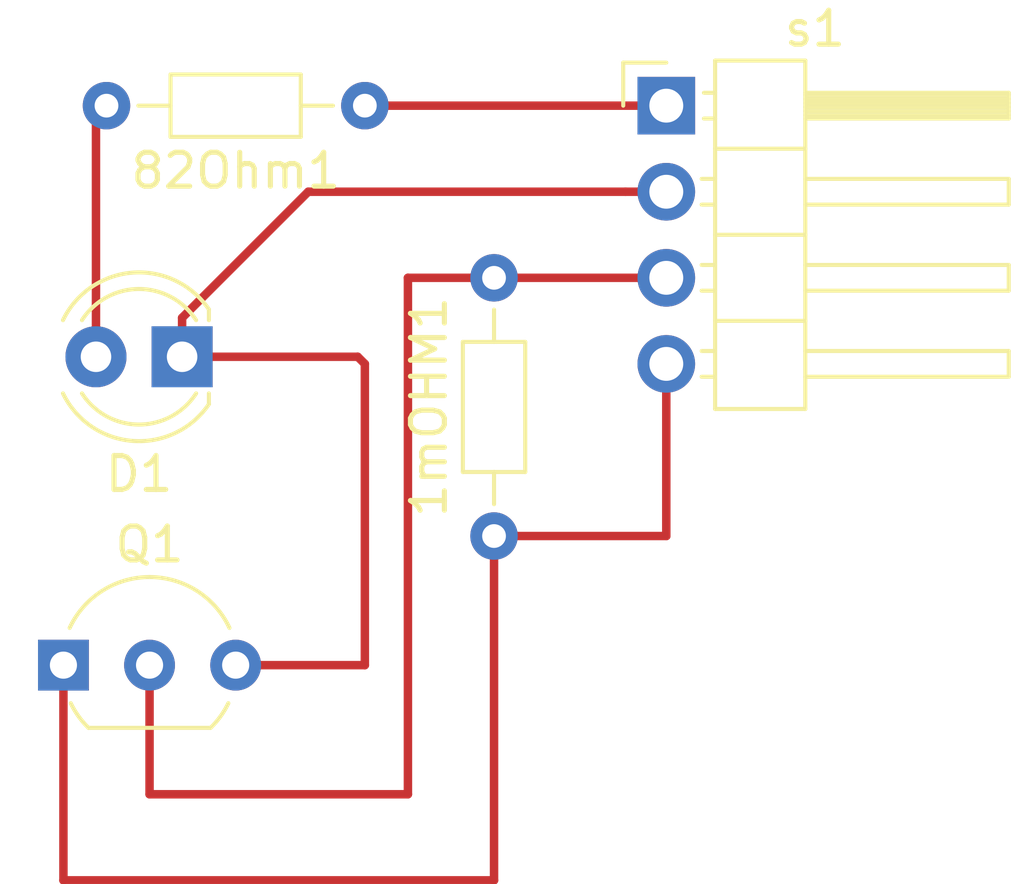
<source format=kicad_pcb>
(kicad_pcb (version 20171130) (host pcbnew "(5.1.2)-1")

  (general
    (thickness 1.6)
    (drawings 0)
    (tracks 21)
    (zones 0)
    (modules 5)
    (nets 6)
  )

  (page A4)
  (layers
    (0 F.Cu signal)
    (31 B.Cu signal)
    (32 B.Adhes user)
    (33 F.Adhes user)
    (34 B.Paste user)
    (35 F.Paste user)
    (36 B.SilkS user)
    (37 F.SilkS user)
    (38 B.Mask user)
    (39 F.Mask user)
    (40 Dwgs.User user)
    (41 Cmts.User user)
    (42 Eco1.User user)
    (43 Eco2.User user)
    (44 Edge.Cuts user)
    (45 Margin user)
    (46 B.CrtYd user)
    (47 F.CrtYd user)
    (48 B.Fab user)
    (49 F.Fab user)
  )

  (setup
    (last_trace_width 0.25)
    (trace_clearance 0.2)
    (zone_clearance 0.508)
    (zone_45_only no)
    (trace_min 0.2)
    (via_size 0.8)
    (via_drill 0.4)
    (via_min_size 0.4)
    (via_min_drill 0.3)
    (uvia_size 0.3)
    (uvia_drill 0.1)
    (uvias_allowed no)
    (uvia_min_size 0.2)
    (uvia_min_drill 0.1)
    (edge_width 0.05)
    (segment_width 0.2)
    (pcb_text_width 0.3)
    (pcb_text_size 1.5 1.5)
    (mod_edge_width 0.12)
    (mod_text_size 1 1)
    (mod_text_width 0.15)
    (pad_size 1.524 1.524)
    (pad_drill 0.762)
    (pad_to_mask_clearance 0.051)
    (solder_mask_min_width 0.25)
    (aux_axis_origin 0 0)
    (visible_elements 7FFFFFFF)
    (pcbplotparams
      (layerselection 0x010fc_ffffffff)
      (usegerberextensions false)
      (usegerberattributes false)
      (usegerberadvancedattributes false)
      (creategerberjobfile false)
      (excludeedgelayer true)
      (linewidth 0.100000)
      (plotframeref false)
      (viasonmask false)
      (mode 1)
      (useauxorigin false)
      (hpglpennumber 1)
      (hpglpenspeed 20)
      (hpglpendiameter 15.000000)
      (psnegative false)
      (psa4output false)
      (plotreference true)
      (plotvalue true)
      (plotinvisibletext false)
      (padsonsilk false)
      (subtractmaskfromsilk false)
      (outputformat 1)
      (mirror false)
      (drillshape 1)
      (scaleselection 1)
      (outputdirectory ""))
  )

  (net 0 "")
  (net 1 "Net-(1mOHM1-Pad1)")
  (net 2 "Net-(1mOHM1-Pad2)")
  (net 3 "Net-(82Ohm1-Pad2)")
  (net 4 "Net-(82Ohm1-Pad1)")
  (net 5 "Net-(D1-Pad1)")

  (net_class Default "Dies ist die voreingestellte Netzklasse."
    (clearance 0.2)
    (trace_width 0.25)
    (via_dia 0.8)
    (via_drill 0.4)
    (uvia_dia 0.3)
    (uvia_drill 0.1)
    (add_net "Net-(1mOHM1-Pad1)")
    (add_net "Net-(1mOHM1-Pad2)")
    (add_net "Net-(82Ohm1-Pad1)")
    (add_net "Net-(82Ohm1-Pad2)")
    (add_net "Net-(D1-Pad1)")
  )

  (module Resistor_THT:R_Axial_DIN0204_L3.6mm_D1.6mm_P7.62mm_Horizontal (layer F.Cu) (tedit 5AE5139B) (tstamp 5F195A59)
    (at 142.24 35.56 90)
    (descr "Resistor, Axial_DIN0204 series, Axial, Horizontal, pin pitch=7.62mm, 0.167W, length*diameter=3.6*1.6mm^2, http://cdn-reichelt.de/documents/datenblatt/B400/1_4W%23YAG.pdf")
    (tags "Resistor Axial_DIN0204 series Axial Horizontal pin pitch 7.62mm 0.167W length 3.6mm diameter 1.6mm")
    (path /5F13331B)
    (fp_text reference 1mOHM1 (at 3.81 -1.92 90) (layer F.SilkS)
      (effects (font (size 1 1) (thickness 0.15)))
    )
    (fp_text value R (at 3.81 1.92 90) (layer F.Fab)
      (effects (font (size 1 1) (thickness 0.15)))
    )
    (fp_line (start 2.01 -0.8) (end 2.01 0.8) (layer F.Fab) (width 0.1))
    (fp_line (start 2.01 0.8) (end 5.61 0.8) (layer F.Fab) (width 0.1))
    (fp_line (start 5.61 0.8) (end 5.61 -0.8) (layer F.Fab) (width 0.1))
    (fp_line (start 5.61 -0.8) (end 2.01 -0.8) (layer F.Fab) (width 0.1))
    (fp_line (start 0 0) (end 2.01 0) (layer F.Fab) (width 0.1))
    (fp_line (start 7.62 0) (end 5.61 0) (layer F.Fab) (width 0.1))
    (fp_line (start 1.89 -0.92) (end 1.89 0.92) (layer F.SilkS) (width 0.12))
    (fp_line (start 1.89 0.92) (end 5.73 0.92) (layer F.SilkS) (width 0.12))
    (fp_line (start 5.73 0.92) (end 5.73 -0.92) (layer F.SilkS) (width 0.12))
    (fp_line (start 5.73 -0.92) (end 1.89 -0.92) (layer F.SilkS) (width 0.12))
    (fp_line (start 0.94 0) (end 1.89 0) (layer F.SilkS) (width 0.12))
    (fp_line (start 6.68 0) (end 5.73 0) (layer F.SilkS) (width 0.12))
    (fp_line (start -0.95 -1.05) (end -0.95 1.05) (layer F.CrtYd) (width 0.05))
    (fp_line (start -0.95 1.05) (end 8.57 1.05) (layer F.CrtYd) (width 0.05))
    (fp_line (start 8.57 1.05) (end 8.57 -1.05) (layer F.CrtYd) (width 0.05))
    (fp_line (start 8.57 -1.05) (end -0.95 -1.05) (layer F.CrtYd) (width 0.05))
    (fp_text user %R (at 3.81 0 90) (layer F.Fab)
      (effects (font (size 0.72 0.72) (thickness 0.108)))
    )
    (pad 1 thru_hole circle (at 0 0 90) (size 1.4 1.4) (drill 0.7) (layers *.Cu *.Mask)
      (net 1 "Net-(1mOHM1-Pad1)"))
    (pad 2 thru_hole oval (at 7.62 0 90) (size 1.4 1.4) (drill 0.7) (layers *.Cu *.Mask)
      (net 2 "Net-(1mOHM1-Pad2)"))
    (model ${KISYS3DMOD}/Resistor_THT.3dshapes/R_Axial_DIN0204_L3.6mm_D1.6mm_P7.62mm_Horizontal.wrl
      (at (xyz 0 0 0))
      (scale (xyz 1 1 1))
      (rotate (xyz 0 0 0))
    )
  )

  (module Resistor_THT:R_Axial_DIN0204_L3.6mm_D1.6mm_P7.62mm_Horizontal (layer F.Cu) (tedit 5AE5139B) (tstamp 5F195A70)
    (at 138.43 22.86 180)
    (descr "Resistor, Axial_DIN0204 series, Axial, Horizontal, pin pitch=7.62mm, 0.167W, length*diameter=3.6*1.6mm^2, http://cdn-reichelt.de/documents/datenblatt/B400/1_4W%23YAG.pdf")
    (tags "Resistor Axial_DIN0204 series Axial Horizontal pin pitch 7.62mm 0.167W length 3.6mm diameter 1.6mm")
    (path /5F13456E)
    (fp_text reference 82Ohm1 (at 3.81 -1.92) (layer F.SilkS)
      (effects (font (size 1 1) (thickness 0.15)))
    )
    (fp_text value R (at 3.81 1.92) (layer F.Fab)
      (effects (font (size 1 1) (thickness 0.15)))
    )
    (fp_text user %R (at 3.81 0) (layer F.Fab)
      (effects (font (size 0.72 0.72) (thickness 0.108)))
    )
    (fp_line (start 8.57 -1.05) (end -0.95 -1.05) (layer F.CrtYd) (width 0.05))
    (fp_line (start 8.57 1.05) (end 8.57 -1.05) (layer F.CrtYd) (width 0.05))
    (fp_line (start -0.95 1.05) (end 8.57 1.05) (layer F.CrtYd) (width 0.05))
    (fp_line (start -0.95 -1.05) (end -0.95 1.05) (layer F.CrtYd) (width 0.05))
    (fp_line (start 6.68 0) (end 5.73 0) (layer F.SilkS) (width 0.12))
    (fp_line (start 0.94 0) (end 1.89 0) (layer F.SilkS) (width 0.12))
    (fp_line (start 5.73 -0.92) (end 1.89 -0.92) (layer F.SilkS) (width 0.12))
    (fp_line (start 5.73 0.92) (end 5.73 -0.92) (layer F.SilkS) (width 0.12))
    (fp_line (start 1.89 0.92) (end 5.73 0.92) (layer F.SilkS) (width 0.12))
    (fp_line (start 1.89 -0.92) (end 1.89 0.92) (layer F.SilkS) (width 0.12))
    (fp_line (start 7.62 0) (end 5.61 0) (layer F.Fab) (width 0.1))
    (fp_line (start 0 0) (end 2.01 0) (layer F.Fab) (width 0.1))
    (fp_line (start 5.61 -0.8) (end 2.01 -0.8) (layer F.Fab) (width 0.1))
    (fp_line (start 5.61 0.8) (end 5.61 -0.8) (layer F.Fab) (width 0.1))
    (fp_line (start 2.01 0.8) (end 5.61 0.8) (layer F.Fab) (width 0.1))
    (fp_line (start 2.01 -0.8) (end 2.01 0.8) (layer F.Fab) (width 0.1))
    (pad 2 thru_hole oval (at 7.62 0 180) (size 1.4 1.4) (drill 0.7) (layers *.Cu *.Mask)
      (net 3 "Net-(82Ohm1-Pad2)"))
    (pad 1 thru_hole circle (at 0 0 180) (size 1.4 1.4) (drill 0.7) (layers *.Cu *.Mask)
      (net 4 "Net-(82Ohm1-Pad1)"))
    (model ${KISYS3DMOD}/Resistor_THT.3dshapes/R_Axial_DIN0204_L3.6mm_D1.6mm_P7.62mm_Horizontal.wrl
      (at (xyz 0 0 0))
      (scale (xyz 1 1 1))
      (rotate (xyz 0 0 0))
    )
  )

  (module LED_THT:LED_D4.0mm (layer F.Cu) (tedit 587A3A7B) (tstamp 5F195A83)
    (at 133.04 30.27 180)
    (descr "LED, diameter 4.0mm, 2 pins, http://www.kingbright.com/attachments/file/psearch/000/00/00/L-43GD(Ver.12B).pdf")
    (tags "LED diameter 4.0mm 2 pins")
    (path /5F13507F)
    (fp_text reference D1 (at 1.27 -3.46) (layer F.SilkS)
      (effects (font (size 1 1) (thickness 0.15)))
    )
    (fp_text value LED (at 1.27 3.46) (layer F.Fab)
      (effects (font (size 1 1) (thickness 0.15)))
    )
    (fp_arc (start 1.27 0) (end -0.73 -1.32665) (angle 292.9) (layer F.Fab) (width 0.1))
    (fp_arc (start 1.27 0) (end -0.79 -1.398749) (angle 120.1) (layer F.SilkS) (width 0.12))
    (fp_arc (start 1.27 0) (end -0.79 1.398749) (angle -120.1) (layer F.SilkS) (width 0.12))
    (fp_arc (start 1.27 0) (end -0.41333 -1.08) (angle 114.6) (layer F.SilkS) (width 0.12))
    (fp_arc (start 1.27 0) (end -0.41333 1.08) (angle -114.6) (layer F.SilkS) (width 0.12))
    (fp_circle (center 1.27 0) (end 3.27 0) (layer F.Fab) (width 0.1))
    (fp_line (start -0.73 -1.32665) (end -0.73 1.32665) (layer F.Fab) (width 0.1))
    (fp_line (start -0.79 -1.399) (end -0.79 -1.08) (layer F.SilkS) (width 0.12))
    (fp_line (start -0.79 1.08) (end -0.79 1.399) (layer F.SilkS) (width 0.12))
    (fp_line (start -1.45 -2.75) (end -1.45 2.75) (layer F.CrtYd) (width 0.05))
    (fp_line (start -1.45 2.75) (end 4 2.75) (layer F.CrtYd) (width 0.05))
    (fp_line (start 4 2.75) (end 4 -2.75) (layer F.CrtYd) (width 0.05))
    (fp_line (start 4 -2.75) (end -1.45 -2.75) (layer F.CrtYd) (width 0.05))
    (pad 1 thru_hole rect (at 0 0 180) (size 1.8 1.8) (drill 0.9) (layers *.Cu *.Mask)
      (net 5 "Net-(D1-Pad1)"))
    (pad 2 thru_hole circle (at 2.54 0 180) (size 1.8 1.8) (drill 0.9) (layers *.Cu *.Mask)
      (net 3 "Net-(82Ohm1-Pad2)"))
    (model ${KISYS3DMOD}/LED_THT.3dshapes/LED_D4.0mm.wrl
      (at (xyz 0 0 0))
      (scale (xyz 1 1 1))
      (rotate (xyz 0 0 0))
    )
  )

  (module Package_TO_SOT_THT:TO-92_Inline_Wide (layer F.Cu) (tedit 5A02FF81) (tstamp 5F195A97)
    (at 129.54 39.37)
    (descr "TO-92 leads in-line, wide, drill 0.75mm (see NXP sot054_po.pdf)")
    (tags "to-92 sc-43 sc-43a sot54 PA33 transistor")
    (path /5F15D789)
    (fp_text reference Q1 (at 2.54 -3.56) (layer F.SilkS)
      (effects (font (size 1 1) (thickness 0.15)))
    )
    (fp_text value Q_NPN_BCE (at 2.54 2.79) (layer F.Fab)
      (effects (font (size 1 1) (thickness 0.15)))
    )
    (fp_text user %R (at 2.54 -3.56) (layer F.Fab)
      (effects (font (size 1 1) (thickness 0.15)))
    )
    (fp_line (start 0.74 1.85) (end 4.34 1.85) (layer F.SilkS) (width 0.12))
    (fp_line (start 0.8 1.75) (end 4.3 1.75) (layer F.Fab) (width 0.1))
    (fp_line (start -1.01 -2.73) (end 6.09 -2.73) (layer F.CrtYd) (width 0.05))
    (fp_line (start -1.01 -2.73) (end -1.01 2.01) (layer F.CrtYd) (width 0.05))
    (fp_line (start 6.09 2.01) (end 6.09 -2.73) (layer F.CrtYd) (width 0.05))
    (fp_line (start 6.09 2.01) (end -1.01 2.01) (layer F.CrtYd) (width 0.05))
    (fp_arc (start 2.54 0) (end 0.74 1.85) (angle 20) (layer F.SilkS) (width 0.12))
    (fp_arc (start 2.54 0) (end 2.54 -2.6) (angle -65) (layer F.SilkS) (width 0.12))
    (fp_arc (start 2.54 0) (end 2.54 -2.6) (angle 65) (layer F.SilkS) (width 0.12))
    (fp_arc (start 2.54 0) (end 2.54 -2.48) (angle 135) (layer F.Fab) (width 0.1))
    (fp_arc (start 2.54 0) (end 2.54 -2.48) (angle -135) (layer F.Fab) (width 0.1))
    (fp_arc (start 2.54 0) (end 4.34 1.85) (angle -20) (layer F.SilkS) (width 0.12))
    (pad 2 thru_hole circle (at 2.54 0 90) (size 1.5 1.5) (drill 0.8) (layers *.Cu *.Mask)
      (net 2 "Net-(1mOHM1-Pad2)"))
    (pad 3 thru_hole circle (at 5.08 0 90) (size 1.5 1.5) (drill 0.8) (layers *.Cu *.Mask)
      (net 5 "Net-(D1-Pad1)"))
    (pad 1 thru_hole rect (at 0 0 90) (size 1.5 1.5) (drill 0.8) (layers *.Cu *.Mask)
      (net 1 "Net-(1mOHM1-Pad1)"))
    (model ${KISYS3DMOD}/Package_TO_SOT_THT.3dshapes/TO-92_Inline_Wide.wrl
      (at (xyz 0 0 0))
      (scale (xyz 1 1 1))
      (rotate (xyz 0 0 0))
    )
  )

  (module Connector_PinHeader_2.54mm:PinHeader_1x04_P2.54mm_Horizontal (layer F.Cu) (tedit 59FED5CB) (tstamp 5F195AE4)
    (at 147.32 22.86)
    (descr "Through hole angled pin header, 1x04, 2.54mm pitch, 6mm pin length, single row")
    (tags "Through hole angled pin header THT 1x04 2.54mm single row")
    (path /5F125788)
    (fp_text reference s1 (at 4.385 -2.27) (layer F.SilkS)
      (effects (font (size 1 1) (thickness 0.15)))
    )
    (fp_text value " " (at 4.385 9.89) (layer F.Fab)
      (effects (font (size 1 1) (thickness 0.15)))
    )
    (fp_line (start 2.135 -1.27) (end 4.04 -1.27) (layer F.Fab) (width 0.1))
    (fp_line (start 4.04 -1.27) (end 4.04 8.89) (layer F.Fab) (width 0.1))
    (fp_line (start 4.04 8.89) (end 1.5 8.89) (layer F.Fab) (width 0.1))
    (fp_line (start 1.5 8.89) (end 1.5 -0.635) (layer F.Fab) (width 0.1))
    (fp_line (start 1.5 -0.635) (end 2.135 -1.27) (layer F.Fab) (width 0.1))
    (fp_line (start -0.32 -0.32) (end 1.5 -0.32) (layer F.Fab) (width 0.1))
    (fp_line (start -0.32 -0.32) (end -0.32 0.32) (layer F.Fab) (width 0.1))
    (fp_line (start -0.32 0.32) (end 1.5 0.32) (layer F.Fab) (width 0.1))
    (fp_line (start 4.04 -0.32) (end 10.04 -0.32) (layer F.Fab) (width 0.1))
    (fp_line (start 10.04 -0.32) (end 10.04 0.32) (layer F.Fab) (width 0.1))
    (fp_line (start 4.04 0.32) (end 10.04 0.32) (layer F.Fab) (width 0.1))
    (fp_line (start -0.32 2.22) (end 1.5 2.22) (layer F.Fab) (width 0.1))
    (fp_line (start -0.32 2.22) (end -0.32 2.86) (layer F.Fab) (width 0.1))
    (fp_line (start -0.32 2.86) (end 1.5 2.86) (layer F.Fab) (width 0.1))
    (fp_line (start 4.04 2.22) (end 10.04 2.22) (layer F.Fab) (width 0.1))
    (fp_line (start 10.04 2.22) (end 10.04 2.86) (layer F.Fab) (width 0.1))
    (fp_line (start 4.04 2.86) (end 10.04 2.86) (layer F.Fab) (width 0.1))
    (fp_line (start -0.32 4.76) (end 1.5 4.76) (layer F.Fab) (width 0.1))
    (fp_line (start -0.32 4.76) (end -0.32 5.4) (layer F.Fab) (width 0.1))
    (fp_line (start -0.32 5.4) (end 1.5 5.4) (layer F.Fab) (width 0.1))
    (fp_line (start 4.04 4.76) (end 10.04 4.76) (layer F.Fab) (width 0.1))
    (fp_line (start 10.04 4.76) (end 10.04 5.4) (layer F.Fab) (width 0.1))
    (fp_line (start 4.04 5.4) (end 10.04 5.4) (layer F.Fab) (width 0.1))
    (fp_line (start -0.32 7.3) (end 1.5 7.3) (layer F.Fab) (width 0.1))
    (fp_line (start -0.32 7.3) (end -0.32 7.94) (layer F.Fab) (width 0.1))
    (fp_line (start -0.32 7.94) (end 1.5 7.94) (layer F.Fab) (width 0.1))
    (fp_line (start 4.04 7.3) (end 10.04 7.3) (layer F.Fab) (width 0.1))
    (fp_line (start 10.04 7.3) (end 10.04 7.94) (layer F.Fab) (width 0.1))
    (fp_line (start 4.04 7.94) (end 10.04 7.94) (layer F.Fab) (width 0.1))
    (fp_line (start 1.44 -1.33) (end 1.44 8.95) (layer F.SilkS) (width 0.12))
    (fp_line (start 1.44 8.95) (end 4.1 8.95) (layer F.SilkS) (width 0.12))
    (fp_line (start 4.1 8.95) (end 4.1 -1.33) (layer F.SilkS) (width 0.12))
    (fp_line (start 4.1 -1.33) (end 1.44 -1.33) (layer F.SilkS) (width 0.12))
    (fp_line (start 4.1 -0.38) (end 10.1 -0.38) (layer F.SilkS) (width 0.12))
    (fp_line (start 10.1 -0.38) (end 10.1 0.38) (layer F.SilkS) (width 0.12))
    (fp_line (start 10.1 0.38) (end 4.1 0.38) (layer F.SilkS) (width 0.12))
    (fp_line (start 4.1 -0.32) (end 10.1 -0.32) (layer F.SilkS) (width 0.12))
    (fp_line (start 4.1 -0.2) (end 10.1 -0.2) (layer F.SilkS) (width 0.12))
    (fp_line (start 4.1 -0.08) (end 10.1 -0.08) (layer F.SilkS) (width 0.12))
    (fp_line (start 4.1 0.04) (end 10.1 0.04) (layer F.SilkS) (width 0.12))
    (fp_line (start 4.1 0.16) (end 10.1 0.16) (layer F.SilkS) (width 0.12))
    (fp_line (start 4.1 0.28) (end 10.1 0.28) (layer F.SilkS) (width 0.12))
    (fp_line (start 1.11 -0.38) (end 1.44 -0.38) (layer F.SilkS) (width 0.12))
    (fp_line (start 1.11 0.38) (end 1.44 0.38) (layer F.SilkS) (width 0.12))
    (fp_line (start 1.44 1.27) (end 4.1 1.27) (layer F.SilkS) (width 0.12))
    (fp_line (start 4.1 2.16) (end 10.1 2.16) (layer F.SilkS) (width 0.12))
    (fp_line (start 10.1 2.16) (end 10.1 2.92) (layer F.SilkS) (width 0.12))
    (fp_line (start 10.1 2.92) (end 4.1 2.92) (layer F.SilkS) (width 0.12))
    (fp_line (start 1.042929 2.16) (end 1.44 2.16) (layer F.SilkS) (width 0.12))
    (fp_line (start 1.042929 2.92) (end 1.44 2.92) (layer F.SilkS) (width 0.12))
    (fp_line (start 1.44 3.81) (end 4.1 3.81) (layer F.SilkS) (width 0.12))
    (fp_line (start 4.1 4.7) (end 10.1 4.7) (layer F.SilkS) (width 0.12))
    (fp_line (start 10.1 4.7) (end 10.1 5.46) (layer F.SilkS) (width 0.12))
    (fp_line (start 10.1 5.46) (end 4.1 5.46) (layer F.SilkS) (width 0.12))
    (fp_line (start 1.042929 4.7) (end 1.44 4.7) (layer F.SilkS) (width 0.12))
    (fp_line (start 1.042929 5.46) (end 1.44 5.46) (layer F.SilkS) (width 0.12))
    (fp_line (start 1.44 6.35) (end 4.1 6.35) (layer F.SilkS) (width 0.12))
    (fp_line (start 4.1 7.24) (end 10.1 7.24) (layer F.SilkS) (width 0.12))
    (fp_line (start 10.1 7.24) (end 10.1 8) (layer F.SilkS) (width 0.12))
    (fp_line (start 10.1 8) (end 4.1 8) (layer F.SilkS) (width 0.12))
    (fp_line (start 1.042929 7.24) (end 1.44 7.24) (layer F.SilkS) (width 0.12))
    (fp_line (start 1.042929 8) (end 1.44 8) (layer F.SilkS) (width 0.12))
    (fp_line (start -1.27 0) (end -1.27 -1.27) (layer F.SilkS) (width 0.12))
    (fp_line (start -1.27 -1.27) (end 0 -1.27) (layer F.SilkS) (width 0.12))
    (fp_line (start -1.8 -1.8) (end -1.8 9.4) (layer F.CrtYd) (width 0.05))
    (fp_line (start -1.8 9.4) (end 10.55 9.4) (layer F.CrtYd) (width 0.05))
    (fp_line (start 10.55 9.4) (end 10.55 -1.8) (layer F.CrtYd) (width 0.05))
    (fp_line (start 10.55 -1.8) (end -1.8 -1.8) (layer F.CrtYd) (width 0.05))
    (fp_text user %R (at -3.095001 1.984999 90) (layer F.Fab)
      (effects (font (size 1 1) (thickness 0.15)))
    )
    (pad 1 thru_hole rect (at 0 0) (size 1.7 1.7) (drill 1) (layers *.Cu *.Mask)
      (net 4 "Net-(82Ohm1-Pad1)"))
    (pad 2 thru_hole oval (at 0 2.54) (size 1.7 1.7) (drill 1) (layers *.Cu *.Mask)
      (net 5 "Net-(D1-Pad1)"))
    (pad 3 thru_hole oval (at 0 5.08) (size 1.7 1.7) (drill 1) (layers *.Cu *.Mask)
      (net 2 "Net-(1mOHM1-Pad2)"))
    (pad 4 thru_hole oval (at 0 7.62) (size 1.7 1.7) (drill 1) (layers *.Cu *.Mask)
      (net 1 "Net-(1mOHM1-Pad1)"))
    (model ${KISYS3DMOD}/Connector_PinHeader_2.54mm.3dshapes/PinHeader_1x04_P2.54mm_Horizontal.wrl
      (at (xyz 0 0 0))
      (scale (xyz 1 1 1))
      (rotate (xyz 0 0 0))
    )
  )

  (segment (start 142.24 45.72) (end 142.24 35.56) (width 0.25) (layer F.Cu) (net 1))
  (segment (start 129.54 39.37) (end 129.54 45.72) (width 0.25) (layer F.Cu) (net 1))
  (segment (start 129.54 45.72) (end 142.24 45.72) (width 0.25) (layer F.Cu) (net 1))
  (segment (start 142.24 35.56) (end 147.32 35.56) (width 0.25) (layer F.Cu) (net 1))
  (segment (start 147.32 35.56) (end 147.32 30.48) (width 0.25) (layer F.Cu) (net 1))
  (segment (start 147.32 27.94) (end 142.24 27.94) (width 0.25) (layer F.Cu) (net 2))
  (segment (start 142.24 27.94) (end 139.7 27.94) (width 0.25) (layer F.Cu) (net 2))
  (segment (start 139.7 27.94) (end 139.7 43.18) (width 0.25) (layer F.Cu) (net 2))
  (segment (start 139.7 43.18) (end 132.08 43.18) (width 0.25) (layer F.Cu) (net 2))
  (segment (start 132.08 43.18) (end 132.08 39.37) (width 0.25) (layer F.Cu) (net 2))
  (segment (start 130.5 23.17) (end 130.81 22.86) (width 0.25) (layer F.Cu) (net 3) (status 30))
  (segment (start 130.5 30.27) (end 130.5 23.17) (width 0.25) (layer F.Cu) (net 3) (status 30))
  (segment (start 147.32 22.86) (end 138.43 22.86) (width 0.25) (layer F.Cu) (net 4) (status 30))
  (segment (start 146.117919 25.4) (end 147.32 25.4) (width 0.25) (layer F.Cu) (net 5) (status 20))
  (segment (start 136.76 25.4) (end 146.117919 25.4) (width 0.25) (layer F.Cu) (net 5))
  (segment (start 133.04 29.12) (end 136.76 25.4) (width 0.25) (layer F.Cu) (net 5))
  (segment (start 133.04 30.27) (end 133.04 29.12) (width 0.25) (layer F.Cu) (net 5) (status 10))
  (segment (start 138.43 39.37) (end 134.62 39.37) (width 0.25) (layer F.Cu) (net 5))
  (segment (start 138.43 30.48) (end 138.43 39.37) (width 0.25) (layer F.Cu) (net 5))
  (segment (start 133.04 30.27) (end 138.22 30.27) (width 0.25) (layer F.Cu) (net 5))
  (segment (start 138.22 30.27) (end 138.43 30.48) (width 0.25) (layer F.Cu) (net 5))

)

</source>
